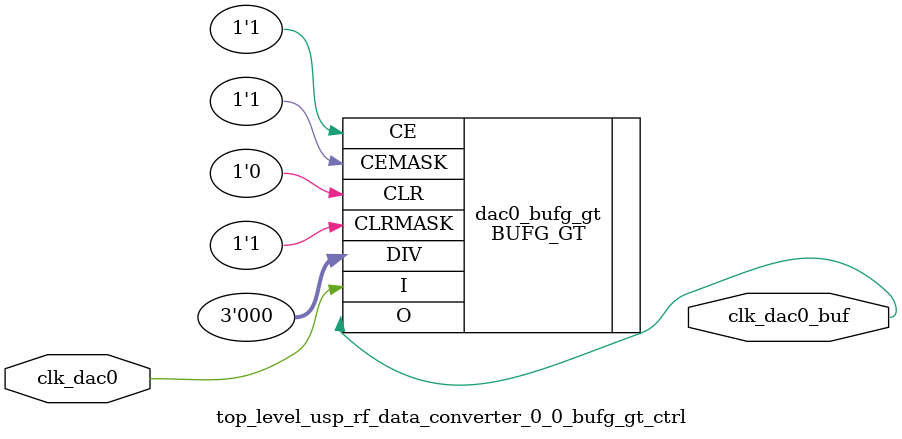
<source format=v>

`timescale 1ns / 1ps

(* DowngradeIPIdentifiedWarnings="yes" *)
module top_level_usp_rf_data_converter_0_0_bufg_gt_ctrl (
  // DAC Fabric Feedback Clock for Tile 0
  input    clk_dac0,
  output   clk_dac0_buf
      
);

  BUFG_GT dac0_bufg_gt
  (
    .I       (clk_dac0),
    .CE      (1'b1),
    .CEMASK  (1'b1),
    .CLR     (1'b0),
    .CLRMASK (1'b1),
    .DIV     (3'b000),
    .O       (clk_dac0_buf)
  );  

 
endmodule

</source>
